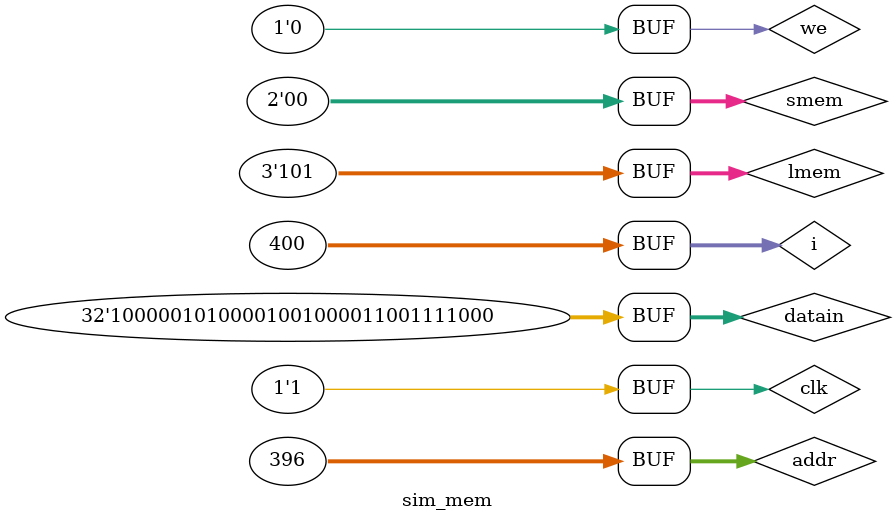
<source format=v>
`timescale 1ns / 1ps


module sim_mem(
    );
    reg  we;
    reg [1:0] smem;//store mem
    reg [2:0] lmem;//load mem
    reg [31:0] addr;
    reg [31:0] datain;
    reg clk;
    wire [31:0] dataout;
    //wire [3:0] wea;
   // wire we_2;
   // wire [3:0] wea;
    pipemem uut_mem0(we,smem,lmem,addr,datain,clk,dataout);
    reg [31:0] i;
    always 
begin//ÉÏÉýÑØÖ®Ç°Òª×¼±¸ºÃÊý¾ÝºÍ¿ØÖÆÏß
i=0;
clk=0;
we=0;
smem=2'b00;
lmem=3'b000;
addr=32'd0;
datain=32'h12345678;
#5;

//write addr 0 data  
clk=0;
we=1;
addr=32'd0;
datain=32'h82848678;
#5;
clk=1;
#5;


//read addr 0 data 
clk=0;
we=0;
lmem=3'b001;
addr=32'd2;
#5;
clk=1;
#5;

//read addr 4 data 
clk=0;
we=0;
lmem=3'b010;
addr=32'd2;
#5;
clk=1;
#5;

//read addr 0 data 
clk=0;
we=0;
lmem=3'b110;
addr=32'd2;
#5;
clk=1;
#5;

//read addr 0 data  
clk=0;
we=0;
lmem=3'b101;
addr=32'd2;
#5;
clk=1;
#5;



we=0;
for(i=0;i<100*4;i=i+4)
begin
    addr=i;
    clk = 0;
    #5;
    clk = 1;
    #5;
end

#500;

end

/*
    always 
    begin
        clk=1;
        we=0;
        smem=2'b00;
        lmem=3'b000;
        addr=32'd0;
        datain=32'h12345678;
        #20;

        //ÔÚ0000h´¦Ð´Êý¾Ý12345678h
        we=1;
        smem=2'b00;//´æ4byte
        addr=32'h00000000;
        datain=32'h12345678;
        clk=0;
        #5;
        we=0;
        clk=1;
        #5;
        
        
        //ÔÚ0004h´¦Ð´Êý¾Ý01020304h
        we=1;
        smem=2'b00;//´æ4byte
        addr=32'h00000004;
        datain=32'h01020304;
        clk=0;
        #5;
        we=0;
        clk=1;
        #5;
        
        
        //¶Á0000hÊý¾Ý
        we=0;
        smem=2'b00;
        lmem=2'b00;
        clk=0;
        #5;
        clk=1;
        #5
        
        //¶Á0004hÊý¾Ý
        we=0;
        smem=2'b00;
        lmem=2'b00;
        clk=0;
        #5;
        clk=1;
        #500;
        
    end
*/


endmodule

</source>
